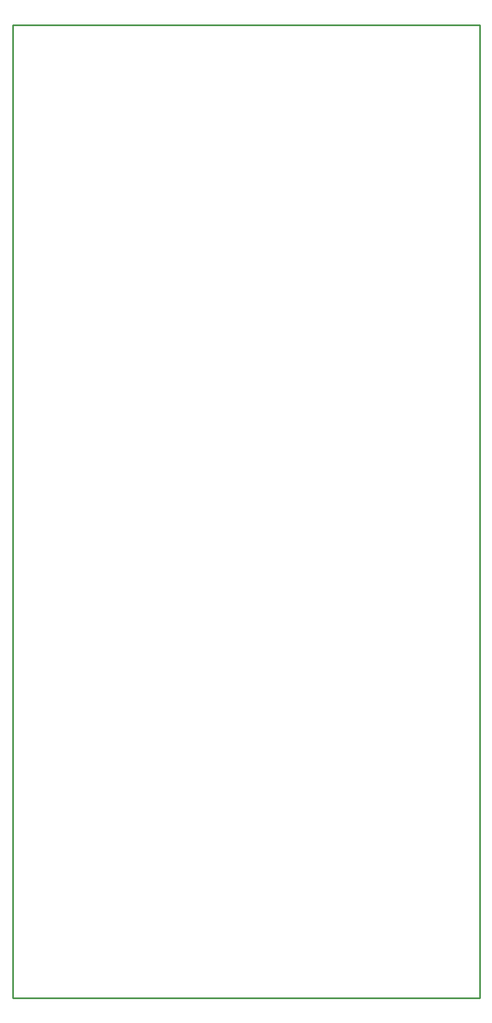
<source format=gko>
%FSLAX25Y25*%
%MOIN*%
G70*
G01*
G75*
G04 Layer_Color=16711935*
%ADD10R,0.03543X0.04331*%
%ADD11R,0.03900X0.05900*%
%ADD12R,0.12900X0.05900*%
%ADD13R,0.03937X0.05118*%
%ADD14R,0.03900X0.04300*%
%ADD15R,0.03150X0.03150*%
%ADD16R,0.08661X0.09843*%
%ADD17R,0.07874X0.01969*%
%ADD18O,0.02165X0.06890*%
%ADD19O,0.06890X0.02165*%
%ADD20R,0.03150X0.06299*%
%ADD21R,0.04300X0.03900*%
%ADD22R,0.05118X0.03937*%
%ADD23C,0.00800*%
%ADD24C,0.02000*%
%ADD25C,0.02500*%
%ADD26C,0.01000*%
%ADD27C,0.01200*%
%ADD28C,0.10000*%
%ADD29C,0.09055*%
%ADD30R,0.09055X0.09055*%
%ADD31O,0.17716X0.07874*%
%ADD32O,0.15748X0.07874*%
%ADD33O,0.07874X0.15748*%
%ADD34C,0.05906*%
%ADD35C,0.05906*%
%ADD36C,0.06000*%
%ADD37O,0.07000X0.13000*%
%ADD38C,0.08000*%
%ADD39R,0.07000X0.13000*%
%ADD40C,0.06200*%
%ADD41R,0.06200X0.06200*%
%ADD42R,0.05906X0.05906*%
%ADD43R,0.06000X0.06000*%
%ADD44C,0.03543*%
%ADD45R,0.10000X0.07000*%
%ADD46O,0.10000X0.07000*%
%ADD47C,0.08700*%
%ADD48C,0.15700*%
%ADD49R,0.10000X0.07000*%
%ADD50C,0.05000*%
%ADD51C,0.00984*%
%ADD52C,0.02362*%
%ADD53C,0.00787*%
%ADD54C,0.00591*%
%ADD55R,0.04343X0.05131*%
%ADD56R,0.04700X0.06700*%
%ADD57R,0.13700X0.06700*%
%ADD58R,0.04737X0.05918*%
%ADD59R,0.04700X0.05100*%
%ADD60R,0.03950X0.03950*%
%ADD61R,0.09461X0.10642*%
%ADD62R,0.08674X0.02769*%
%ADD63O,0.02965X0.07690*%
%ADD64O,0.07690X0.02965*%
%ADD65R,0.03950X0.07099*%
%ADD66R,0.05100X0.04700*%
%ADD67R,0.05918X0.04737*%
%ADD68C,0.10800*%
%ADD69C,0.09855*%
%ADD70R,0.09855X0.09855*%
%ADD71O,0.18517X0.08674*%
%ADD72O,0.16548X0.08674*%
%ADD73O,0.08674X0.16548*%
%ADD74C,0.06706*%
%ADD75C,0.06706*%
%ADD76C,0.06800*%
%ADD77O,0.07800X0.13800*%
%ADD78C,0.08800*%
%ADD79R,0.07800X0.13800*%
%ADD80C,0.07000*%
%ADD81R,0.07000X0.07000*%
%ADD82R,0.06706X0.06706*%
%ADD83R,0.06800X0.06800*%
%ADD84C,0.04343*%
%ADD85R,0.10800X0.07800*%
%ADD86O,0.10800X0.07800*%
%ADD87C,0.09500*%
%ADD88C,0.16500*%
%ADD89R,0.10800X0.07800*%
%ADD90C,0.05800*%
%ADD91C,0.00500*%
%ADD92C,0.00100*%
%ADD93C,0.00039*%
%ADD94C,0.03937*%
%ADD95C,0.00118*%
%ADD96C,0.00600*%
%ADD97C,0.07937*%
%ADD98C,0.00394*%
%ADD99C,0.00001*%
%ADD100C,0.00010*%
D26*
X205000Y130000D02*
X485000D01*
Y713500D01*
X205000Y130000D02*
Y713500D01*
X485000D01*
M02*

</source>
